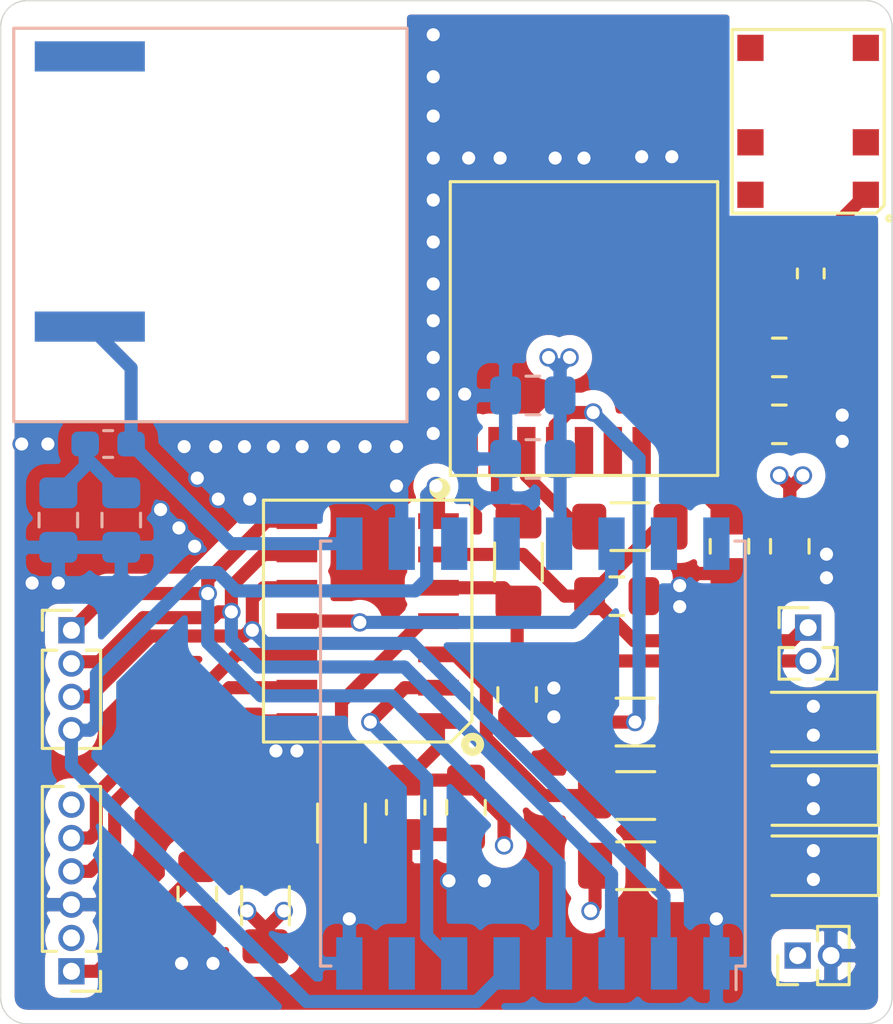
<source format=kicad_pcb>
(kicad_pcb (version 20171130) (host pcbnew "(5.1.10)-1")
  (title_block (title "ATS Remote") (date 2021-12-25) (rev 0.2.0))
  (layers (0 F.Cu signal) (1 GND.Cu power) (2 3v3.Cu power) (31 B.Cu signal) (34 B.Paste user) (35 F.Paste user) (36 B.SilkS user) (37 F.SilkS user) (38 B.Mask user) (39 F.Mask user) (44 Edge.Cuts user))
  (net 0 "")
  (net 1 LORA_RESET)
  (net 2 LORA_NSS)
  (net 3 LORA_SCK)
  (net 4 LORA_MOSI)
  (net 5 LORA_MISO)
  (net 6 LORA_DIO0)
  (net 7 YIC_RXD)
  (net 8 YIC_TXD)
  (net 9 "Net-(U3-Pad13)")
  (net 10 "Net-(U3-Pad16)")
  (net 11 "Net-(U3-Pad17)")
  (net 12 "Net-(U3-Pad9)")
  (net 13 "Net-(U3-Pad7)")
  (net 14 "Net-(U3-Pad6)")
  (net 15 "Net-(U3-Pad5)")
  (net 16 "Net-(AE1-Pad1)")
  (net 17 "Net-(AE2-Pad1)")
  (net 18 GND)
  (net 19 ICSP_MCLR)
  (net 20 +3V3)
  (net 21 "Net-(C11-Pad2)")
  (net 22 "Net-(C12-Pad2)")
  (net 23 STATUS_LED)
  (net 24 "Net-(D3-Pad2)")
  (net 25 "Net-(J2-Pad6)")
  (net 26 ICSP_CLK)
  (net 27 ICSP_DAT)
  (net 28 "Net-(R4-Pad2)")
  (net 29 "Net-(R5-Pad1)")
  (net 30 "Net-(R6-Pad1)")
  (net 31 "Net-(R7-Pad1)")
  (net 32 "Net-(U1-Pad16)")
  (net 33 "Net-(U1-Pad15)")
  (net 34 "Net-(U1-Pad12)")
  (net 35 "Net-(U1-Pad11)")
  (net 36 "Net-(U1-Pad7)")
  (net 37 "Net-(D1-Pad2)")
  (net 38 "Net-(D2-Pad2)")
  (module Connector_PinHeader_1.27mm:PinHeader_1x04_P1.27mm_Vertical (layer F.Cu) (at 114.2 59)
    (fp_text reference SPI)
    (fp_text value Conn_01x04_Male)
    (pad 1 thru_hole rect (at 0 0) (size 1 1) (drill 0.65) (layers *.Cu *.Mask) (net 3 LORA_SCK))
    (pad 2 thru_hole oval (at 0 1.27) (size 1 1) (drill 0.65) (layers *.Cu *.Mask) (net 4 LORA_MOSI))
    (pad 3 thru_hole oval (at 0 2.54) (size 1 1) (drill 0.65) (layers *.Cu *.Mask) (net 5 LORA_MISO))
    (pad 4 thru_hole oval (at 0 3.81) (size 1 1) (drill 0.65) (layers *.Cu *.Mask) (net 2 LORA_NSS))
  )
  (module Connector_PinHeader_1.27mm:PinHeader_1x02_P1.27mm_Vertical (layer F.Cu) (at 142.3 58.9)
    (fp_text reference J4)
    (fp_text value Conn_01x02_Male)
    (pad 1 thru_hole rect (at 0 0) (size 1 1) (drill 0.65) (layers *.Cu *.Mask) (net 7 YIC_RXD))
    (pad 2 thru_hole oval (at 0 1.27) (size 1 1) (drill 0.65) (layers *.Cu *.Mask) (net 8 YIC_TXD))
  )
  (module RF_Module:HOPERF_RFM9XW_SMD (layer B.Cu) (at 131.8 63.7 90)
    (fp_text reference U1)
    (fp_text value RFM95W-915S2)
    (pad 16 smd rect (at 8 7 90) (size 2 1) (layers B.Cu B.Paste B.Mask) (net 32 "Net-(U1-Pad16)"))
    (pad 15 smd rect (at 8 5 90) (size 2 1) (layers B.Cu B.Paste B.Mask) (net 33 "Net-(U1-Pad15)"))
    (pad 14 smd rect (at 8 3 90) (size 2 1) (layers B.Cu B.Paste B.Mask) (net 6 LORA_DIO0))
    (pad 13 smd rect (at 8 1 90) (size 2 1) (layers B.Cu B.Paste B.Mask) (net 20 +3V3))
    (pad 12 smd rect (at 8 -1 90) (size 2 1) (layers B.Cu B.Paste B.Mask) (net 34 "Net-(U1-Pad12)"))
    (pad 11 smd rect (at 8 -3 90) (size 2 1) (layers B.Cu B.Paste B.Mask) (net 35 "Net-(U1-Pad11)"))
    (pad 10 smd rect (at 8 -5 90) (size 2 1) (layers B.Cu B.Paste B.Mask) (net 18 GND))
    (pad 9 smd rect (at 8 -7 90) (size 2 1) (layers B.Cu B.Paste B.Mask) (net 17 "Net-(AE2-Pad1)"))
    (pad 8 smd rect (at -8 -7 90) (size 2 1) (layers B.Cu B.Paste B.Mask) (net 18 GND))
    (pad 7 smd rect (at -8 -5 90) (size 2 1) (layers B.Cu B.Paste B.Mask) (net 36 "Net-(U1-Pad7)"))
    (pad 6 smd rect (at -8 -3 90) (size 2 1) (layers B.Cu B.Paste B.Mask) (net 1 LORA_RESET))
    (pad 5 smd rect (at -8 -1 90) (size 2 1) (layers B.Cu B.Paste B.Mask) (net 2 LORA_NSS))
    (pad 4 smd rect (at -8 1 90) (size 2 1) (layers B.Cu B.Paste B.Mask) (net 3 LORA_SCK))
    (pad 3 smd rect (at -8 3 90) (size 2 1) (layers B.Cu B.Paste B.Mask) (net 4 LORA_MOSI))
    (pad 2 smd rect (at -8 5 90) (size 2 1) (layers B.Cu B.Paste B.Mask) (net 5 LORA_MISO))
    (pad 1 smd rect (at -8 7 90) (size 2 1) (layers B.Cu B.Paste B.Mask) (net 18 GND))
  )
  (module Capacitor_SMD:C_0805_2012Metric_Pad1.18x1.45mm_HandSolder (layer F.Cu) (at 131.2 61.45 270)
    (fp_text reference C2)
    (fp_text value 100p)
    (pad 2 smd roundrect (at 1.0375 0 270) (size 1.175 1.45) (layers F.Cu F.Paste F.Mask) (roundrect_rratio 0.2127659574468085) (net 18 GND))
    (pad 1 smd roundrect (at -1.0375 0 270) (size 1.175 1.45) (layers F.Cu F.Paste F.Mask) (roundrect_rratio 0.2127659574468085) (net 8 YIC_TXD))
  )
  (module ats-remote:YIC71009EBGG-19STAMP (layer F.Cu) (at 133.75 47.5)
    (fp_text reference YIC)
    (fp_text value YIC71009EBGG)
    (pad 10 smd rect (at 4.4 -4.85) (size 0.7 1.8) (drill (offset 0 0.2)) (layers F.Cu F.Paste F.Mask) (net 18 GND))
    (pad 11 smd rect (at 3.3 -4.85) (size 0.7 1.8) (drill (offset 0 0.2)) (layers F.Cu F.Paste F.Mask) (net 16 "Net-(AE1-Pad1)"))
    (pad 12 smd rect (at 2.2 -4.85) (size 0.7 1.8) (drill (offset 0 0.2)) (layers F.Cu F.Paste F.Mask) (net 18 GND))
    (pad 13 smd rect (at 1.1 -4.85) (size 0.7 1.8) (drill (offset 0 0.2)) (layers F.Cu F.Paste F.Mask) (net 9 "Net-(U3-Pad13)"))
    (pad 14 smd rect (at 0 -4.85) (size 0.7 1.8) (drill (offset 0 0.2)) (layers F.Cu F.Paste F.Mask) (net 21 "Net-(C11-Pad2)"))
    (pad 15 smd rect (at -1.1 -4.85) (size 0.7 1.8) (drill (offset 0 0.2)) (layers F.Cu F.Paste F.Mask) (net 18 GND))
    (pad 16 smd rect (at -2.2 -4.85) (size 0.7 1.8) (drill (offset 0 0.2)) (layers F.Cu F.Paste F.Mask) (net 10 "Net-(U3-Pad16)"))
    (pad 17 smd rect (at -3.3 -4.85) (size 0.7 1.8) (drill (offset 0 0.2)) (layers F.Cu F.Paste F.Mask) (net 11 "Net-(U3-Pad17)"))
    (pad 18 smd rect (at -4.4 -4.85) (size 0.7 1.8) (drill (offset 0 0.2)) (layers F.Cu F.Paste F.Mask) (net 18 GND))
    (pad 9 smd rect (at 4.4 4.85) (size 0.7 1.8) (drill (offset 0 -0.2)) (layers F.Cu F.Paste F.Mask) (net 12 "Net-(U3-Pad9)"))
    (pad 8 smd rect (at 3.3 4.85) (size 0.7 1.8) (drill (offset 0 -0.2)) (layers F.Cu F.Paste F.Mask) (net 20 +3V3))
    (pad 7 smd rect (at 2.2 4.85) (size 0.7 1.8) (drill (offset 0 -0.2)) (layers F.Cu F.Paste F.Mask) (net 13 "Net-(U3-Pad7)"))
    (pad 6 smd rect (at 1.1 4.85) (size 0.7 1.8) (drill (offset 0 -0.2)) (layers F.Cu F.Paste F.Mask) (net 14 "Net-(U3-Pad6)"))
    (pad 5 smd rect (at 0 4.85) (size 0.7 1.8) (drill (offset 0 -0.2)) (layers F.Cu F.Paste F.Mask) (net 15 "Net-(U3-Pad5)"))
    (pad 4 smd rect (at -1.1 4.85) (size 0.7 1.8) (drill (offset 0 -0.2)) (layers F.Cu F.Paste F.Mask) (net 29 "Net-(R5-Pad1)"))
    (pad 3 smd rect (at -2.2 4.85) (size 0.7 1.8) (drill (offset 0 -0.2)) (layers F.Cu F.Paste F.Mask) (net 31 "Net-(R7-Pad1)"))
    (pad 2 smd rect (at -3.3 4.85) (size 0.7 1.8) (drill (offset 0 -0.2)) (layers F.Cu F.Paste F.Mask) (net 30 "Net-(R6-Pad1)"))
    (pad 1 smd rect (at -4.4 4.85) (size 0.7 1.8) (drill (offset 0 -0.2)) (layers F.Cu F.Paste F.Mask) (net 18 GND))
  )
  (module ats-remote:PIC18F06Q40-SOIC14 (layer F.Cu) (at 125.5 58.65 90)
    (fp_text reference PIC18)
    (fp_text value PIC18F06Q40)
    (pad 7 smd rect (at 3.81 2.7 90) (size 0.6 1.55) (layers F.Cu F.Paste F.Mask) (net 2 LORA_NSS))
    (pad 8 smd rect (at 3.81 -2.7 90) (size 0.6 1.55) (layers F.Cu F.Paste F.Mask) (net 3 LORA_SCK))
    (pad 6 smd rect (at 2.54 2.7 90) (size 0.6 1.55) (layers F.Cu F.Paste F.Mask) (net 7 YIC_RXD))
    (pad 9 smd rect (at 2.54 -2.7 90) (size 0.6 1.55) (layers F.Cu F.Paste F.Mask) (net 4 LORA_MOSI))
    (pad 5 smd rect (at 1.27 2.7 90) (size 0.6 1.55) (layers F.Cu F.Paste F.Mask) (net 8 YIC_TXD))
    (pad 10 smd rect (at 1.27 -2.7 90) (size 0.6 1.55) (layers F.Cu F.Paste F.Mask) (net 5 LORA_MISO))
    (pad 4 smd rect (at 0 2.7 90) (size 0.6 1.55) (layers F.Cu F.Paste F.Mask) (net 28 "Net-(R4-Pad2)"))
    (pad 11 smd rect (at 0 -2.7 90) (size 0.6 1.55) (layers F.Cu F.Paste F.Mask) (net 6 LORA_DIO0))
    (pad 3 smd rect (at -1.27 2.7 90) (size 0.6 1.55) (layers F.Cu F.Paste F.Mask) (net 23 STATUS_LED))
    (pad 12 smd rect (at -1.27 -2.7 90) (size 0.6 1.55) (layers F.Cu F.Paste F.Mask) (net 26 ICSP_CLK))
    (pad 2 smd rect (at -2.54 2.7 90) (size 0.6 1.55) (layers F.Cu F.Paste F.Mask) (net 1 LORA_RESET))
    (pad 13 smd rect (at -2.54 -2.7 90) (size 0.6 1.55) (layers F.Cu F.Paste F.Mask) (net 27 ICSP_DAT))
    (pad 1 smd rect (at -3.81 2.7 90) (size 0.6 1.55) (layers F.Cu F.Paste F.Mask) (net 20 +3V3))
    (pad 14 smd rect (at -3.81 -2.7 90) (size 0.6 1.55) (layers F.Cu F.Paste F.Mask) (net 18 GND))
  )
  (module Resistor_SMD:R_1206_3216Metric_Pad1.30x1.75mm_HandSolder (layer F.Cu) (at 135.5 55.05)
    (fp_text reference R7)
    (fp_text value 22)
    (pad 2 smd roundrect (at 1.55 0) (size 1.3 1.75) (layers F.Cu F.Paste F.Mask) (roundrect_rratio 0.1923076923076923) (net 7 YIC_RXD))
    (pad 1 smd roundrect (at -1.55 0) (size 1.3 1.75) (layers F.Cu F.Paste F.Mask) (roundrect_rratio 0.1923076923076923) (net 31 "Net-(R7-Pad1)"))
  )
  (module Resistor_SMD:R_1206_3216Metric_Pad1.30x1.75mm_HandSolder (layer F.Cu) (at 131.25 56.4 270)
    (fp_text reference R6)
    (fp_text value 22)
    (pad 2 smd roundrect (at 1.55 0 270) (size 1.3 1.75) (layers F.Cu F.Paste F.Mask) (roundrect_rratio 0.1923076923076923) (net 8 YIC_TXD))
    (pad 1 smd roundrect (at -1.55 0 270) (size 1.3 1.75) (layers F.Cu F.Paste F.Mask) (roundrect_rratio 0.1923076923076923) (net 30 "Net-(R6-Pad1)"))
  )
  (module Resistor_SMD:R_1206_3216Metric_Pad1.30x1.75mm_HandSolder (layer F.Cu) (at 135.7 62.5)
    (fp_text reference R5)
    (fp_text value 22)
    (pad 2 smd roundrect (at 1.55 0) (size 1.3 1.75) (layers F.Cu F.Paste F.Mask) (roundrect_rratio 0.1923076923076923) (net 24 "Net-(D3-Pad2)"))
    (pad 1 smd roundrect (at -1.55 0) (size 1.3 1.75) (layers F.Cu F.Paste F.Mask) (roundrect_rratio 0.1923076923076923) (net 29 "Net-(R5-Pad1)"))
  )
  (module Resistor_SMD:R_1206_3216Metric_Pad1.30x1.75mm_HandSolder (layer F.Cu) (at 124.5 66.35 90)
    (fp_text reference R4)
    (fp_text value 470)
    (pad 2 smd roundrect (at 1.55 0 90) (size 1.3 1.75) (layers F.Cu F.Paste F.Mask) (roundrect_rratio 0.1923076923076923) (net 28 "Net-(R4-Pad2)"))
    (pad 1 smd roundrect (at -1.55 0 90) (size 1.3 1.75) (layers F.Cu F.Paste F.Mask) (roundrect_rratio 0.1923076923076923) (net 19 ICSP_MCLR))
  )
  (module Resistor_SMD:R_1206_3216Metric_Pad1.30x1.75mm_HandSolder (layer F.Cu) (at 121.6 69.5 90)
    (fp_text reference R3)
    (fp_text value 10k)
    (pad 2 smd roundrect (at 1.55 0 90) (size 1.3 1.75) (layers F.Cu F.Paste F.Mask) (roundrect_rratio 0.1923076923076923) (net 19 ICSP_MCLR))
    (pad 1 smd roundrect (at -1.55 0 90) (size 1.3 1.75) (layers F.Cu F.Paste F.Mask) (roundrect_rratio 0.1923076923076923) (net 20 +3V3))
  )
  (module Resistor_SMD:R_1206_3216Metric_Pad1.30x1.75mm_HandSolder (layer F.Cu) (at 135.722 67.976 180)
    (fp_text reference R2)
    (fp_text value 2.2k)
    (pad 2 smd roundrect (at 1.55 0 180) (size 1.3 1.75) (layers F.Cu F.Paste F.Mask) (roundrect_rratio 0.1923076923076923) (net 20 +3V3))
    (pad 1 smd roundrect (at -1.55 0 180) (size 1.3 1.75) (layers F.Cu F.Paste F.Mask) (roundrect_rratio 0.1923076923076923) (net 38 "Net-(D2-Pad2)"))
  )
  (module Resistor_SMD:R_1206_3216Metric_Pad1.30x1.75mm_HandSolder (layer F.Cu) (at 135.722 65.3 180)
    (fp_text reference R1)
    (fp_text value 2.2k)
    (pad 2 smd roundrect (at 1.55 0 180) (size 1.3 1.75) (layers F.Cu F.Paste F.Mask) (roundrect_rratio 0.1923076923076923) (net 23 STATUS_LED))
    (pad 1 smd roundrect (at -1.55 0 180) (size 1.3 1.75) (layers F.Cu F.Paste F.Mask) (roundrect_rratio 0.1923076923076923) (net 37 "Net-(D1-Pad2)"))
  )
  (module Inductor_SMD:L_0603_1608Metric_Pad1.05x0.95mm_HandSolder (layer B.Cu) (at 115.6 51.9)
    (fp_text reference L2)
    (fp_text value 33n)
    (pad 2 smd roundrect (at 0.875 0) (size 1.05 0.95) (layers B.Cu B.Paste B.Mask) (net 17 "Net-(AE2-Pad1)"))
    (pad 1 smd roundrect (at -0.875 0) (size 1.05 0.95) (layers B.Cu B.Paste B.Mask) (net 22 "Net-(C12-Pad2)"))
  )
  (module Inductor_SMD:L_0603_1608Metric_Pad1.05x0.95mm_HandSolder (layer F.Cu) (at 142.4 45.4 90)
    (fp_text reference L1)
    (fp_text value 33n)
    (pad 2 smd roundrect (at 0.875 0 90) (size 1.05 0.95) (layers F.Cu F.Paste F.Mask) (net 16 "Net-(AE1-Pad1)"))
    (pad 1 smd roundrect (at -0.875 0 90) (size 1.05 0.95) (layers F.Cu F.Paste F.Mask) (net 21 "Net-(C11-Pad2)"))
  )
  (module Connector_PinHeader_1.27mm:PinHeader_1x06_P1.27mm_Vertical (layer F.Cu) (at 114.2 72 180)
    (fp_text reference ICSP)
    (fp_text value ICSP)
    (pad 6 thru_hole oval (at 0 6.35 180) (size 1 1) (drill 0.65) (layers *.Cu *.Mask) (net 25 "Net-(J2-Pad6)"))
    (pad 5 thru_hole oval (at 0 5.08 180) (size 1 1) (drill 0.65) (layers *.Cu *.Mask) (net 26 ICSP_CLK))
    (pad 4 thru_hole oval (at 0 3.81 180) (size 1 1) (drill 0.65) (layers *.Cu *.Mask) (net 27 ICSP_DAT))
    (pad 3 thru_hole oval (at 0 2.54 180) (size 1 1) (drill 0.65) (layers *.Cu *.Mask) (net 18 GND))
    (pad 2 thru_hole oval (at 0 1.27 180) (size 1 1) (drill 0.65) (layers *.Cu *.Mask) (net 20 +3V3))
    (pad 1 thru_hole rect (at 0 0 180) (size 1 1) (drill 0.65) (layers *.Cu *.Mask) (net 19 ICSP_MCLR))
  )
  (module Connector_PinHeader_1.27mm:PinHeader_1x02_P1.27mm_Vertical (layer F.Cu) (at 141.9 71.4 90)
    (fp_text reference J1)
    (fp_text value PWR)
    (pad 2 thru_hole oval (at 0 1.27 90) (size 1 1) (drill 0.65) (layers *.Cu *.Mask) (net 18 GND))
    (pad 1 thru_hole rect (at 0 0 90) (size 1 1) (drill 0.65) (layers *.Cu *.Mask) (net 20 +3V3))
  )
  (module Diode_SMD:D_1206_3216Metric_Pad1.42x1.75mm_HandSolder (layer F.Cu) (at 142.5 62.5 180)
    (fp_text reference D3)
    (fp_text value LED_PPS)
    (pad 2 smd roundrect (at 1.4875 0 180) (size 1.425 1.75) (layers F.Cu F.Paste F.Mask) (roundrect_rratio 0.1754385964912281) (net 24 "Net-(D3-Pad2)"))
    (pad 1 smd roundrect (at -1.4875 0 180) (size 1.425 1.75) (layers F.Cu F.Paste F.Mask) (roundrect_rratio 0.1754385964912281) (net 18 GND))
  )
  (module Diode_SMD:D_1206_3216Metric_Pad1.42x1.75mm_HandSolder (layer F.Cu) (at 142.522 67.976 180)
    (fp_text reference D2)
    (fp_text value LED_PWR)
    (pad 2 smd roundrect (at 1.4875 0 180) (size 1.425 1.75) (layers F.Cu F.Paste F.Mask) (roundrect_rratio 0.1754385964912281) (net 38 "Net-(D2-Pad2)"))
    (pad 1 smd roundrect (at -1.4875 0 180) (size 1.425 1.75) (layers F.Cu F.Paste F.Mask) (roundrect_rratio 0.1754385964912281) (net 18 GND))
  )
  (module Diode_SMD:D_1206_3216Metric_Pad1.42x1.75mm_HandSolder (layer F.Cu) (at 142.522 65.3 180)
    (fp_text reference D1)
    (fp_text value LED_STATUS)
    (pad 2 smd roundrect (at 1.4875 0 180) (size 1.425 1.75) (layers F.Cu F.Paste F.Mask) (roundrect_rratio 0.1754385964912281) (net 37 "Net-(D1-Pad2)"))
    (pad 1 smd roundrect (at -1.4875 0 180) (size 1.425 1.75) (layers F.Cu F.Paste F.Mask) (roundrect_rratio 0.1754385964912281) (net 18 GND))
  )
  (module Capacitor_SMD:C_0805_2012Metric_Pad1.18x1.45mm_HandSolder (layer B.Cu) (at 116.1 54.8 90)
    (fp_text reference C13)
    (fp_text value 2.2u)
    (pad 2 smd roundrect (at 1.0375 0 90) (size 1.175 1.45) (layers B.Cu B.Paste B.Mask) (roundrect_rratio 0.2127659574468085) (net 22 "Net-(C12-Pad2)"))
    (pad 1 smd roundrect (at -1.0375 0 90) (size 1.175 1.45) (layers B.Cu B.Paste B.Mask) (roundrect_rratio 0.2127659574468085) (net 18 GND))
  )
  (module Capacitor_SMD:C_0805_2012Metric_Pad1.18x1.45mm_HandSolder (layer B.Cu) (at 113.7 54.8 90)
    (fp_text reference C12)
    (fp_text value 10n)
    (pad 2 smd roundrect (at 1.0375 0 90) (size 1.175 1.45) (layers B.Cu B.Paste B.Mask) (roundrect_rratio 0.2127659574468085) (net 22 "Net-(C12-Pad2)"))
    (pad 1 smd roundrect (at -1.0375 0 90) (size 1.175 1.45) (layers B.Cu B.Paste B.Mask) (roundrect_rratio 0.2127659574468085) (net 18 GND))
  )
  (module Capacitor_SMD:C_0805_2012Metric_Pad1.18x1.45mm_HandSolder (layer F.Cu) (at 141.2 48.6 180)
    (fp_text reference C11)
    (fp_text value 10n)
    (pad 2 smd roundrect (at 1.0375 0 180) (size 1.175 1.45) (layers F.Cu F.Paste F.Mask) (roundrect_rratio 0.2127659574468085) (net 21 "Net-(C11-Pad2)"))
    (pad 1 smd roundrect (at -1.0375 0 180) (size 1.175 1.45) (layers F.Cu F.Paste F.Mask) (roundrect_rratio 0.2127659574468085) (net 18 GND))
  )
  (module Capacitor_SMD:C_0805_2012Metric_Pad1.18x1.45mm_HandSolder (layer B.Cu) (at 131.8 52.47)
    (fp_text reference C10)
    (fp_text value 100n)
    (pad 1 smd roundrect (at -1.0375 0) (size 1.175 1.45) (layers B.Cu B.Paste B.Mask) (roundrect_rratio 0.2127659574468085) (net 18 GND))
    (pad 2 smd roundrect (at 1.0375 0) (size 1.175 1.45) (layers B.Cu B.Paste B.Mask) (roundrect_rratio 0.2127659574468085) (net 20 +3V3))
  )
  (module Capacitor_SMD:C_0805_2012Metric_Pad1.18x1.45mm_HandSolder (layer B.Cu) (at 131.8 50.05)
    (fp_text reference C9)
    (fp_text value 10n)
    (pad 1 smd roundrect (at -1.0375 0) (size 1.175 1.45) (layers B.Cu B.Paste B.Mask) (roundrect_rratio 0.2127659574468085) (net 18 GND))
    (pad 2 smd roundrect (at 1.0375 0) (size 1.175 1.45) (layers B.Cu B.Paste B.Mask) (roundrect_rratio 0.2127659574468085) (net 20 +3V3))
  )
  (module Capacitor_SMD:C_0805_2012Metric_Pad1.18x1.45mm_HandSolder (layer F.Cu) (at 141.2 51.15 180)
    (fp_text reference C8)
    (fp_text value 2.2u)
    (pad 2 smd roundrect (at 1.0375 0 180) (size 1.175 1.45) (layers F.Cu F.Paste F.Mask) (roundrect_rratio 0.2127659574468085) (net 21 "Net-(C11-Pad2)"))
    (pad 1 smd roundrect (at -1.0375 0 180) (size 1.175 1.45) (layers F.Cu F.Paste F.Mask) (roundrect_rratio 0.2127659574468085) (net 18 GND))
  )
  (module Capacitor_SMD:C_0805_2012Metric_Pad1.18x1.45mm_HandSolder (layer F.Cu) (at 141.6 55.8 270)
    (fp_text reference C7)
    (fp_text value 100p)
    (pad 2 smd roundrect (at 1.0375 0 270) (size 1.175 1.45) (layers F.Cu F.Paste F.Mask) (roundrect_rratio 0.2127659574468085) (net 18 GND))
    (pad 1 smd roundrect (at -1.0375 0 270) (size 1.175 1.45) (layers F.Cu F.Paste F.Mask) (roundrect_rratio 0.2127659574468085) (net 20 +3V3))
  )
  (module Capacitor_SMD:C_0805_2012Metric_Pad1.18x1.45mm_HandSolder (layer F.Cu) (at 139.3 55.8 270)
    (fp_text reference C6)
    (fp_text value 100p)
    (pad 2 smd roundrect (at 1.0375 0 270) (size 1.175 1.45) (layers F.Cu F.Paste F.Mask) (roundrect_rratio 0.2127659574468085) (net 18 GND))
    (pad 1 smd roundrect (at -1.0375 0 270) (size 1.175 1.45) (layers F.Cu F.Paste F.Mask) (roundrect_rratio 0.2127659574468085) (net 20 +3V3))
  )
  (module Capacitor_SMD:C_0805_2012Metric_Pad1.18x1.45mm_HandSolder (layer F.Cu) (at 129.25 65.75 270)
    (fp_text reference C5)
    (fp_text value 100n)
    (pad 2 smd roundrect (at 1.0375 0 270) (size 1.175 1.45) (layers F.Cu F.Paste F.Mask) (roundrect_rratio 0.2127659574468085) (net 18 GND))
    (pad 1 smd roundrect (at -1.0375 0 270) (size 1.175 1.45) (layers F.Cu F.Paste F.Mask) (roundrect_rratio 0.2127659574468085) (net 20 +3V3))
  )
  (module Capacitor_SMD:C_0805_2012Metric_Pad1.18x1.45mm_HandSolder (layer F.Cu) (at 126.95 65.75 270)
    (fp_text reference C4)
    (fp_text value 10n)
    (pad 2 smd roundrect (at 1.0375 0 270) (size 1.175 1.45) (layers F.Cu F.Paste F.Mask) (roundrect_rratio 0.2127659574468085) (net 18 GND))
    (pad 1 smd roundrect (at -1.0375 0 270) (size 1.175 1.45) (layers F.Cu F.Paste F.Mask) (roundrect_rratio 0.2127659574468085) (net 20 +3V3))
  )
  (module Capacitor_SMD:C_0805_2012Metric_Pad1.18x1.45mm_HandSolder (layer F.Cu) (at 135 57.7)
    (fp_text reference C3)
    (fp_text value 100p)
    (pad 2 smd roundrect (at 1.0375 0) (size 1.175 1.45) (layers F.Cu F.Paste F.Mask) (roundrect_rratio 0.2127659574468085) (net 18 GND))
    (pad 1 smd roundrect (at -1.0375 0) (size 1.175 1.45) (layers F.Cu F.Paste F.Mask) (roundrect_rratio 0.2127659574468085) (net 7 YIC_RXD))
  )
  (module Capacitor_SMD:C_0805_2012Metric_Pad1.18x1.45mm_HandSolder (layer F.Cu) (at 119 69.05 270)
    (fp_text reference C1)
    (fp_text value 100n)
    (pad 2 smd roundrect (at 1.0375 0 270) (size 1.175 1.45) (layers F.Cu F.Paste F.Mask) (roundrect_rratio 0.2127659574468085) (net 18 GND))
    (pad 1 smd roundrect (at -1.0375 0 270) (size 1.175 1.45) (layers F.Cu F.Paste F.Mask) (roundrect_rratio 0.2127659574468085) (net 19 ICSP_MCLR))
  )
  (module ats-remote:LORA_ANT_YIC71009EBGG (layer B.Cu) (at 119.5 43.55 270)
    (fp_text reference "LORA ANT")
    (fp_text value LORA_ANT)
    (pad 1 smd rect (at 3.875 4.6 270) (size 1.15 4.2) (layers B.Cu B.Paste B.Mask) (net 17 "Net-(AE2-Pad1)"))
    (pad 2 smd rect (at -6.425 4.6 270) (size 1.15 4.2) (layers B.Cu B.Paste B.Mask))
  )
  (module ats-remote:GPS_ANT_SR4G008 (layer F.Cu) (at 142.3 39.6 90)
    (fp_text reference "GPS ANT")
    (fp_text value GPS_ANT)
    (pad 4 smd rect (at -0.8 2.2 90) (size 1 1) (layers F.Cu F.Paste F.Mask))
    (pad 6 smd rect (at -2.8 -2.2 90) (size 1 1) (layers F.Cu F.Paste F.Mask))
    (pad 4 smd rect (at 2.8 -2.2 90) (size 1 1) (layers F.Cu F.Paste F.Mask))
    (pad 3 smd rect (at 2.8 2.2 90) (size 1 1) (layers F.Cu F.Paste F.Mask))
    (pad 1 smd rect (at -2.8 2.2 90) (size 1 1) (layers F.Cu F.Paste F.Mask) (net 16 "Net-(AE1-Pad1)"))
    (pad 5 smd rect (at -0.8 -2.2 90) (size 1 1) (layers F.Cu F.Paste F.Mask))
  )
  (gr_arc (start 112.5 73) (end 111.5 73) (angle -90) (layer Edge.Cuts) (width 0.05))
  (gr_arc (start 144.5 73) (end 144.5 74) (angle -90) (layer Edge.Cuts) (width 0.05))
  (gr_arc (start 144.5 36) (end 145.5 36) (angle -90) (layer Edge.Cuts) (width 0.05))
  (gr_arc (start 112.5 36) (end 112.5 35) (angle -90) (layer Edge.Cuts) (width 0.05))
  (gr_line (start 111.5 73) (end 111.5 36) (layer Edge.Cuts) (width 0.05))
  (gr_line (start 145.5 36) (end 145.5 73) (layer Edge.Cuts) (width 0.05))
  (gr_line (start 112.5 35) (end 144.5 35) (layer Edge.Cuts) (width 0.05))
  (gr_line (start 112.5 74) (end 144.5 74) (layer Edge.Cuts) (width 0.05))
  (via (at 133.2 48.6) (size 0.7) (drill 0.5) (layers F.Cu B.Cu) (net 20))
  (via (at 125.6 62.5) (size 0.7) (drill 0.5) (layers F.Cu B.Cu) (net 1))
  (segment (start 126.91 61.19) (end 125.6 62.5) (width 0.5) (layer F.Cu) (net 1))
  (segment (start 128.2 61.19) (end 126.91 61.19) (width 0.5) (layer F.Cu) (net 1))
  (segment (start 127.750001 70.650001) (end 128.8 71.7) (width 0.5) (layer B.Cu) (net 1))
  (segment (start 127.750001 64.650001) (end 127.750001 70.650001) (width 0.5) (layer B.Cu) (net 1))
  (segment (start 125.6 62.5) (end 127.750001 64.650001) (width 0.5) (layer B.Cu) (net 1))
  (via (at 134.1 50.7) (size 0.7) (drill 0.5) (layers F.Cu B.Cu) (net 29))
  (via (at 128.1 53.5) (size 0.7) (drill 0.5) (layers F.Cu B.Cu) (net 2))
  (via (at 119.4 57.6) (size 0.7) (drill 0.5) (layers F.Cu B.Cu) (net 3))
  (via (at 142.1 53.1) (size 0.7) (drill 0.5) (layers F.Cu B.Cu) (net 20))
  (via (at 141.2 53.1) (size 0.7) (drill 0.5) (layers F.Cu B.Cu) (net 20))
  (via (at 125.2 58.7) (size 0.7) (drill 0.5) (layers F.Cu B.Cu) (net 6))
  (segment (start 130.8 71.389998) (end 130.8 71.7) (width 0.5) (layer B.Cu) (net 2))
  (segment (start 115.150001 60.665997) (end 115.150001 62.567105) (width 0.5) (layer B.Cu) (net 2))
  (segment (start 119.015999 56.799999) (end 115.150001 60.665997) (width 0.5) (layer B.Cu) (net 2))
  (segment (start 119.784001 56.799999) (end 119.015999 56.799999) (width 0.5) (layer B.Cu) (net 2))
  (segment (start 120.484001 57.499999) (end 119.784001 56.799999) (width 0.5) (layer B.Cu) (net 2))
  (segment (start 114.907106 62.81) (end 114.2 62.81) (width 0.5) (layer B.Cu) (net 2))
  (segment (start 115.150001 62.567105) (end 114.907106 62.81) (width 0.5) (layer B.Cu) (net 2))
  (segment (start 127.310003 57.499999) (end 120.484001 57.499999) (width 0.5) (layer B.Cu) (net 2))
  (segment (start 127.750001 57.060001) (end 127.310003 57.499999) (width 0.5) (layer B.Cu) (net 2))
  (segment (start 127.750001 53.849999) (end 127.750001 57.060001) (width 0.5) (layer B.Cu) (net 2))
  (segment (start 128.1 53.5) (end 127.750001 53.849999) (width 0.5) (layer B.Cu) (net 2))
  (segment (start 114.2 64.184002) (end 114.2 62.81) (width 0.5) (layer B.Cu) (net 2))
  (segment (start 123.165999 73.150001) (end 114.2 64.184002) (width 0.5) (layer B.Cu) (net 2))
  (segment (start 129.660001 73.150001) (end 123.165999 73.150001) (width 0.5) (layer B.Cu) (net 2))
  (segment (start 130.8 72.010002) (end 129.660001 73.150001) (width 0.5) (layer B.Cu) (net 2))
  (segment (start 130.8 71.7) (end 130.8 72.010002) (width 0.5) (layer B.Cu) (net 2))
  (segment (start 128.2 53.6) (end 128.1 53.5) (width 0.5) (layer F.Cu) (net 2))
  (segment (start 128.2 54.84) (end 128.2 53.6) (width 0.5) (layer F.Cu) (net 2))
  (segment (start 132.8 72.010002) (end 132.8 71.7) (width 0.5) (layer B.Cu) (net 3))
  (segment (start 119.4 57.084002) (end 119.4 57.6) (width 0.5) (layer F.Cu) (net 3))
  (segment (start 121.644002 54.84) (end 119.4 57.084002) (width 0.5) (layer F.Cu) (net 3))
  (segment (start 122.8 54.84) (end 121.644002 54.84) (width 0.5) (layer F.Cu) (net 3))
  (segment (start 132.8 71.389998) (end 132.8 71.7) (width 0.5) (layer B.Cu) (net 3))
  (segment (start 115.6 57.6) (end 114.2 59) (width 0.5) (layer F.Cu) (net 3))
  (segment (start 119.4 57.6) (end 115.6 57.6) (width 0.5) (layer F.Cu) (net 3))
  (segment (start 132.8 67.9) (end 132.8 71.7) (width 0.5) (layer B.Cu) (net 3))
  (segment (start 126.4 61.5) (end 132.8 67.9) (width 0.5) (layer B.Cu) (net 3))
  (segment (start 121.426036 61.5) (end 126.4 61.5) (width 0.5) (layer B.Cu) (net 3))
  (segment (start 119.4 59.473964) (end 121.426036 61.5) (width 0.5) (layer B.Cu) (net 3))
  (segment (start 119.4 57.6) (end 119.4 59.473964) (width 0.5) (layer B.Cu) (net 3))
  (segment (start 122.8 56.11) (end 122.325 56.11) (width 0.5) (layer F.Cu) (net 4))
  (segment (start 134.8 72.010002) (end 134.8 71.7) (width 0.5) (layer B.Cu) (net 4))
  (via (at 120.3 58.3) (size 0.7) (drill 0.5) (layers F.Cu B.Cu) (net 4))
  (segment (start 120.3 57.335) (end 120.3 58.3) (width 0.5) (layer F.Cu) (net 4))
  (segment (start 121.525 56.11) (end 120.3 57.335) (width 0.5) (layer F.Cu) (net 4))
  (segment (start 122.8 56.11) (end 121.525 56.11) (width 0.5) (layer F.Cu) (net 4))
  (segment (start 114.27 60.2) (end 114.2 60.27) (width 0.5) (layer F.Cu) (net 4))
  (segment (start 115.257144 60.2) (end 114.27 60.2) (width 0.5) (layer F.Cu) (net 4))
  (segment (start 116.937164 58.51998) (end 115.257144 60.2) (width 0.5) (layer F.Cu) (net 4))
  (segment (start 119.585046 58.51998) (end 116.937164 58.51998) (width 0.5) (layer F.Cu) (net 4))
  (segment (start 119.805026 58.3) (end 119.585046 58.51998) (width 0.5) (layer F.Cu) (net 4))
  (segment (start 120.3 58.3) (end 119.805026 58.3) (width 0.5) (layer F.Cu) (net 4))
  (segment (start 134.8 69.115998) (end 134.8 71.7) (width 0.5) (layer B.Cu) (net 4))
  (segment (start 120.299999 59.384001) (end 121.315998 60.4) (width 0.5) (layer B.Cu) (net 4))
  (segment (start 120.3 58.3) (end 120.299999 59.384001) (width 0.5) (layer B.Cu) (net 4))
  (segment (start 121.315998 60.4) (end 126.9 60.4) (width 0.5) (layer B.Cu) (net 4))
  (segment (start 134.8 68.3) (end 134.8 69.115998) (width 0.5) (layer B.Cu) (net 4))
  (segment (start 126.9 60.4) (end 134.8 68.3) (width 0.5) (layer B.Cu) (net 4))
  (segment (start 122.8 57.38) (end 122.325 57.38) (width 0.5) (layer F.Cu) (net 5))
  (segment (start 136.8 71.389998) (end 136.8 71.7) (width 0.5) (layer B.Cu) (net 5))
  (via (at 121.1 59) (size 0.7) (drill 0.5) (layers F.Cu B.Cu) (net 5))
  (segment (start 121.1 57.805) (end 121.1 59) (width 0.5) (layer F.Cu) (net 5))
  (segment (start 121.525 57.38) (end 121.1 57.805) (width 0.5) (layer F.Cu) (net 5))
  (segment (start 122.8 57.38) (end 121.525 57.38) (width 0.5) (layer F.Cu) (net 5))
  (segment (start 136.8 70.2) (end 136.8 71.7) (width 0.5) (layer B.Cu) (net 5))
  (segment (start 114.907106 61.54) (end 114.2 61.54) (width 0.5) (layer F.Cu) (net 5))
  (segment (start 117.227116 59.21999) (end 114.907106 61.54) (width 0.5) (layer F.Cu) (net 5))
  (segment (start 120.78001 59.21999) (end 117.227116 59.21999) (width 0.5) (layer F.Cu) (net 5))
  (segment (start 121 59) (end 120.78001 59.21999) (width 0.5) (layer F.Cu) (net 5))
  (segment (start 121.1 59) (end 121 59) (width 0.5) (layer F.Cu) (net 5))
  (segment (start 136.8 69.115998) (end 136.8 71.7) (width 0.5) (layer B.Cu) (net 5))
  (segment (start 127.184003 59.500001) (end 136.8 69.115998) (width 0.5) (layer B.Cu) (net 5))
  (segment (start 121.600001 59.500001) (end 127.184003 59.500001) (width 0.5) (layer B.Cu) (net 5))
  (segment (start 121.1 59) (end 121.600001 59.500001) (width 0.5) (layer B.Cu) (net 5))
  (segment (start 125.15 58.65) (end 125.2 58.7) (width 0.5) (layer F.Cu) (net 6))
  (segment (start 122.8 58.65) (end 125.15 58.65) (width 0.5) (layer F.Cu) (net 6))
  (segment (start 134.8 57.2) (end 134.8 55.7) (width 0.5) (layer B.Cu) (net 6))
  (segment (start 133.3 58.7) (end 134.8 57.2) (width 0.5) (layer B.Cu) (net 6))
  (segment (start 125.2 58.7) (end 133.3 58.7) (width 0.5) (layer B.Cu) (net 6))
  (via (at 124.2 52) (size 0.7) (drill 0.5) (layers F.Cu B.Cu) (net 18))
  (via (at 123 52) (size 0.7) (drill 0.5) (layers F.Cu B.Cu) (net 18))
  (via (at 142.5 64.7) (size 0.7) (drill 0.5) (layers F.Cu B.Cu) (net 18))
  (via (at 142.5 61.9) (size 0.7) (drill 0.5) (layers F.Cu B.Cu) (net 18))
  (via (at 142.5 68.5) (size 0.7) (drill 0.5) (layers F.Cu B.Cu) (net 18))
  (via (at 132.6 62.3) (size 0.7) (drill 0.5) (layers F.Cu B.Cu) (net 18))
  (via (at 132.6 61.2) (size 0.7) (drill 0.5) (layers F.Cu B.Cu) (net 18))
  (segment (start 137.05 55.05) (end 136.5625 55.05) (width 0.5) (layer F.Cu) (net 7))
  (segment (start 133.014966 57.7) (end 133.9625 57.7) (width 0.5) (layer F.Cu) (net 7))
  (segment (start 131.424966 56.11) (end 133.014966 57.7) (width 0.5) (layer F.Cu) (net 7))
  (segment (start 128.2 56.11) (end 131.424966 56.11) (width 0.5) (layer F.Cu) (net 7))
  (segment (start 136.6125 55.05) (end 137.05 55.05) (width 0.5) (layer F.Cu) (net 7))
  (segment (start 133.9625 57.7) (end 136.6125 55.05) (width 0.5) (layer F.Cu) (net 7))
  (segment (start 142.163998 58.9) (end 142.3 58.9) (width 0.5) (layer F.Cu) (net 7))
  (segment (start 141.663998 59.4) (end 142.163998 58.9) (width 0.5) (layer F.Cu) (net 7))
  (segment (start 135.6625 59.4) (end 141.663998 59.4) (width 0.5) (layer F.Cu) (net 7))
  (segment (start 133.9625 57.7) (end 135.6625 59.4) (width 0.5) (layer F.Cu) (net 7))
  (segment (start 130.68 57.38) (end 128.2 57.38) (width 0.5) (layer F.Cu) (net 8))
  (segment (start 131.25 57.95) (end 130.68 57.38) (width 0.5) (layer F.Cu) (net 8))
  (segment (start 131.2 58) (end 131.25 57.95) (width 0.5) (layer F.Cu) (net 8))
  (segment (start 131.2 60.4125) (end 131.2 58) (width 0.5) (layer F.Cu) (net 8))
  (segment (start 132.445998 60.17) (end 142.3 60.17) (width 0.5) (layer F.Cu) (net 8))
  (segment (start 132.203498 60.4125) (end 132.445998 60.17) (width 0.5) (layer F.Cu) (net 8))
  (segment (start 131.2 60.4125) (end 132.203498 60.4125) (width 0.5) (layer F.Cu) (net 8))
  (segment (start 142.4 44.525) (end 142.675 44.525) (width 0.5) (layer F.Cu) (net 16))
  (segment (start 137.764998 44.525) (end 142.4 44.525) (width 0.5) (layer F.Cu) (net 16))
  (segment (start 137.05 43.810002) (end 137.764998 44.525) (width 0.5) (layer F.Cu) (net 16))
  (segment (start 137.05 42.65) (end 137.05 43.810002) (width 0.5) (layer F.Cu) (net 16))
  (segment (start 142.4 44.5) (end 144.5 42.4) (width 0.5) (layer F.Cu) (net 16))
  (segment (start 142.4 44.525) (end 142.4 44.5) (width 0.5) (layer F.Cu) (net 16))
  (segment (start 120.275 55.7) (end 116.475 51.9) (width 0.5) (layer B.Cu) (net 17))
  (segment (start 124.8 55.7) (end 120.275 55.7) (width 0.5) (layer B.Cu) (net 17))
  (segment (start 116.475 49) (end 114.9 47.425) (width 0.5) (layer B.Cu) (net 17))
  (segment (start 116.475 51.9) (end 116.475 49) (width 0.5) (layer B.Cu) (net 17))
  (via (at 128.6 68.55) (size 0.7) (drill 0.5) (layers F.Cu B.Cu) (net 18))
  (via (at 129.95 68.55) (size 0.7) (drill 0.5) (layers F.Cu B.Cu) (net 18))
  (segment (start 131.2 62.4875) (end 131.5875 62.4875) (width 0.5) (layer F.Cu) (net 18))
  (via (at 143 57) (size 0.7) (drill 0.5) (layers F.Cu B.Cu) (net 18))
  (via (at 143 56.1) (size 0.7) (drill 0.5) (layers F.Cu B.Cu) (net 18))
  (via (at 143.6 50.8) (size 0.7) (drill 0.5) (layers F.Cu B.Cu) (net 18))
  (via (at 143.6 51.8) (size 0.7) (drill 0.5) (layers F.Cu B.Cu) (net 18))
  (via (at 128 51.5) (size 0.7) (drill 0.5) (layers F.Cu B.Cu) (net 18))
  (via (at 122.8 63.6) (size 0.7) (drill 0.5) (layers F.Cu B.Cu) (net 18))
  (via (at 122 63.6) (size 0.7) (drill 0.5) (layers F.Cu B.Cu) (net 18))
  (segment (start 128.85 52.35) (end 128 51.5) (width 0.5) (layer F.Cu) (net 18))
  (segment (start 129.35 52.35) (end 128.85 52.35) (width 0.5) (layer F.Cu) (net 18))
  (via (at 118.4 71.7) (size 0.7) (drill 0.5) (layers F.Cu B.Cu) (net 18))
  (via (at 119.6 71.7) (size 0.7) (drill 0.5) (layers F.Cu B.Cu) (net 18))
  (segment (start 119 71.1) (end 119.6 71.7) (width 0.5) (layer F.Cu) (net 18))
  (segment (start 119 71.1) (end 118.4 71.7) (width 0.5) (layer F.Cu) (net 18))
  (segment (start 119 70.0875) (end 119 71.1) (width 0.5) (layer F.Cu) (net 18))
  (via (at 142.5 63) (size 0.7) (drill 0.5) (layers F.Cu B.Cu) (net 18))
  (via (at 142.5 65.8) (size 0.7) (drill 0.5) (layers F.Cu B.Cu) (net 18))
  (via (at 142.5 67.4) (size 0.7) (drill 0.5) (layers F.Cu B.Cu) (net 18))
  (segment (start 143.9875 62.5) (end 143.9875 62.0875) (width 0.5) (layer F.Cu) (net 18))
  (segment (start 144.0095 67.976) (end 144.0095 68.3905) (width 0.5) (layer F.Cu) (net 18))
  (segment (start 144.0095 62.522) (end 143.9875 62.5) (width 0.5) (layer F.Cu) (net 18))
  (segment (start 130.7625 52.47) (end 130.7625 50.05) (width 0.5) (layer B.Cu) (net 18))
  (via (at 128 50) (size 0.7) (drill 0.5) (layers F.Cu B.Cu) (net 18))
  (via (at 129.2 50) (size 0.7) (drill 0.5) (layers F.Cu B.Cu) (net 18))
  (segment (start 129.25 50.05) (end 129.2 50) (width 0.5) (layer B.Cu) (net 18))
  (segment (start 130.7625 50.05) (end 129.25 50.05) (width 0.5) (layer B.Cu) (net 18))
  (segment (start 129.2 50) (end 128 50) (width 0.5) (layer B.Cu) (net 18))
  (via (at 135.95 40.95) (size 0.7) (drill 0.5) (layers F.Cu B.Cu) (net 18))
  (via (at 137.1 40.95) (size 0.7) (drill 0.5) (layers F.Cu B.Cu) (net 18))
  (via (at 132.65 41) (size 0.7) (drill 0.5) (layers F.Cu B.Cu) (net 18))
  (via (at 129.35 41) (size 0.7) (drill 0.5) (layers F.Cu B.Cu) (net 18))
  (via (at 130.55 41) (size 0.7) (drill 0.5) (layers F.Cu B.Cu) (net 18))
  (via (at 133.75 41) (size 0.7) (drill 0.5) (layers F.Cu B.Cu) (net 18))
  (segment (start 138.15 42) (end 137.1 40.95) (width 0.5) (layer F.Cu) (net 18))
  (segment (start 138.15 42.65) (end 138.15 42) (width 0.5) (layer F.Cu) (net 18))
  (segment (start 135.95 40.95) (end 135.95 42.65) (width 0.5) (layer F.Cu) (net 18))
  (segment (start 135.95 40.95) (end 137.1 40.95) (width 0.5) (layer F.Cu) (net 18))
  (segment (start 133.75 41) (end 133.255026 41) (width 0.5) (layer F.Cu) (net 18))
  (segment (start 132.65 41) (end 133.75 41) (width 0.5) (layer F.Cu) (net 18))
  (segment (start 132.65 42.65) (end 132.65 41) (width 0.5) (layer F.Cu) (net 18))
  (segment (start 129.35 42.65) (end 129.35 41) (width 0.5) (layer F.Cu) (net 18))
  (segment (start 129.35 41) (end 130.55 41) (width 0.5) (layer F.Cu) (net 18))
  (via (at 128 48.6) (size 0.7) (drill 0.5) (layers F.Cu B.Cu) (net 18))
  (via (at 128 47.2) (size 0.7) (drill 0.5) (layers F.Cu B.Cu) (net 18))
  (via (at 128 45.8) (size 0.7) (drill 0.5) (layers F.Cu B.Cu) (net 18))
  (via (at 128 44.2) (size 0.7) (drill 0.5) (layers F.Cu B.Cu) (net 18))
  (via (at 128 42.6) (size 0.7) (drill 0.5) (layers F.Cu B.Cu) (net 18))
  (via (at 128 41) (size 0.7) (drill 0.5) (layers F.Cu B.Cu) (net 18))
  (via (at 128 39.4) (size 0.7) (drill 0.5) (layers F.Cu B.Cu) (net 18))
  (via (at 128 37.9) (size 0.7) (drill 0.5) (layers F.Cu B.Cu) (net 18))
  (via (at 128 36.3) (size 0.7) (drill 0.5) (layers F.Cu B.Cu) (net 18))
  (via (at 121.9 52) (size 0.7) (drill 0.5) (layers F.Cu B.Cu) (net 18))
  (via (at 120.8 52) (size 0.7) (drill 0.5) (layers F.Cu B.Cu) (net 18))
  (via (at 119.7 52) (size 0.7) (drill 0.5) (layers F.Cu B.Cu) (net 18))
  (via (at 118.5 52) (size 0.7) (drill 0.5) (layers F.Cu B.Cu) (net 18))
  (via (at 119 53.2) (size 0.7) (drill 0.5) (layers F.Cu B.Cu) (net 18))
  (via (at 113.3 51.9) (size 0.7) (drill 0.5) (layers F.Cu B.Cu) (net 18))
  (via (at 112.3 51.9) (size 0.7) (drill 0.5) (layers F.Cu B.Cu) (net 18))
  (via (at 113.7 57.2) (size 0.7) (drill 0.5) (layers F.Cu B.Cu) (net 18))
  (via (at 112.7 57.2) (size 0.7) (drill 0.5) (layers F.Cu B.Cu) (net 18))
  (segment (start 116.1 55.8375) (end 113.7 55.8375) (width 0.5) (layer B.Cu) (net 18))
  (segment (start 113.7 55.8375) (end 113.7 57.1) (width 0.5) (layer B.Cu) (net 18))
  (segment (start 113.7 55.8375) (end 113.7 56) (width 0.5) (layer B.Cu) (net 18))
  (via (at 125.4 52) (size 0.7) (drill 0.5) (layers F.Cu B.Cu) (net 18))
  (via (at 126.6 52) (size 0.7) (drill 0.5) (layers F.Cu B.Cu) (net 18))
  (via (at 126.6 53.5) (size 0.7) (drill 0.5) (layers F.Cu B.Cu) (net 18))
  (segment (start 126.8 53.7) (end 126.6 53.5) (width 0.5) (layer B.Cu) (net 18))
  (segment (start 126.8 55.7) (end 126.8 53.7) (width 0.5) (layer B.Cu) (net 18))
  (via (at 119.8 54) (size 0.7) (drill 0.5) (layers F.Cu B.Cu) (net 18))
  (via (at 121 54) (size 0.7) (drill 0.5) (layers F.Cu B.Cu) (net 18))
  (via (at 117.6 54.4) (size 0.7) (drill 0.5) (layers F.Cu B.Cu) (net 18))
  (via (at 118.3 55.1) (size 0.7) (drill 0.5) (layers F.Cu B.Cu) (net 18))
  (via (at 118.9 55.8) (size 0.7) (drill 0.5) (layers F.Cu B.Cu) (net 18))
  (segment (start 128 51.5) (end 128 50) (width 0.5) (layer F.Cu) (net 18))
  (segment (start 113.7 57.2) (end 112.7 57.2) (width 0.5) (layer B.Cu) (net 18))
  (segment (start 129.25 67.9) (end 128.6 68.55) (width 0.5) (layer F.Cu) (net 18))
  (segment (start 129.25 66.7875) (end 129.25 67.9) (width 0.5) (layer F.Cu) (net 18))
  (segment (start 129.25 67.85) (end 129.95 68.55) (width 0.5) (layer F.Cu) (net 18))
  (segment (start 129.25 66.7875) (end 129.25 67.85) (width 0.5) (layer F.Cu) (net 18))
  (segment (start 126.95 66.7875) (end 129.25 66.7875) (width 0.5) (layer F.Cu) (net 18))
  (segment (start 132.4125 62.4875) (end 132.6 62.3) (width 0.5) (layer F.Cu) (net 18))
  (segment (start 131.2 62.4875) (end 132.4125 62.4875) (width 0.5) (layer F.Cu) (net 18))
  (segment (start 132.6 62.3) (end 132.6 61.2) (width 0.5) (layer F.Cu) (net 18))
  (segment (start 139.3 56.8375) (end 141.6 56.8375) (width 0.5) (layer F.Cu) (net 18))
  (segment (start 142.8375 56.8375) (end 143 57) (width 0.5) (layer F.Cu) (net 18))
  (segment (start 141.6 56.8375) (end 142.8375 56.8375) (width 0.5) (layer F.Cu) (net 18))
  (segment (start 142.2625 56.8375) (end 143 56.1) (width 0.5) (layer F.Cu) (net 18))
  (segment (start 141.6 56.8375) (end 142.2625 56.8375) (width 0.5) (layer F.Cu) (net 18))
  (segment (start 143 62.5) (end 142.5 63) (width 0.5) (layer F.Cu) (net 18))
  (segment (start 143.9875 62.5) (end 143 62.5) (width 0.5) (layer F.Cu) (net 18))
  (segment (start 143.1 62.5) (end 142.5 61.9) (width 0.5) (layer F.Cu) (net 18))
  (segment (start 143.9875 62.5) (end 143.1 62.5) (width 0.5) (layer F.Cu) (net 18))
  (segment (start 143.1 65.3) (end 142.5 64.7) (width 0.5) (layer F.Cu) (net 18))
  (segment (start 144.0095 65.3) (end 143.1 65.3) (width 0.5) (layer F.Cu) (net 18))
  (segment (start 143 65.3) (end 142.5 65.8) (width 0.5) (layer F.Cu) (net 18))
  (segment (start 144.0095 65.3) (end 143 65.3) (width 0.5) (layer F.Cu) (net 18))
  (segment (start 143.076 67.976) (end 142.5 67.4) (width 0.5) (layer F.Cu) (net 18))
  (segment (start 144.0095 67.976) (end 143.076 67.976) (width 0.5) (layer F.Cu) (net 18))
  (segment (start 143.024 67.976) (end 142.5 68.5) (width 0.5) (layer F.Cu) (net 18))
  (segment (start 144.0095 67.976) (end 143.024 67.976) (width 0.5) (layer F.Cu) (net 18))
  (segment (start 142.95 51.15) (end 143.6 51.8) (width 0.5) (layer F.Cu) (net 18))
  (segment (start 142.2375 51.15) (end 142.95 51.15) (width 0.5) (layer F.Cu) (net 18))
  (segment (start 143.25 51.15) (end 143.6 50.8) (width 0.5) (layer F.Cu) (net 18))
  (segment (start 142.2375 51.15) (end 143.25 51.15) (width 0.5) (layer F.Cu) (net 18))
  (segment (start 122.8 62.46) (end 122.8 63.6) (width 0.5) (layer F.Cu) (net 18))
  (segment (start 122.8 62.8) (end 122 63.6) (width 0.5) (layer F.Cu) (net 18))
  (segment (start 122.8 62.46) (end 122.8 62.8) (width 0.5) (layer F.Cu) (net 18))
  (via (at 137.4 57.3) (size 0.7) (drill 0.5) (layers F.Cu B.Cu) (net 18))
  (via (at 137.4 58.1) (size 0.7) (drill 0.5) (layers F.Cu B.Cu) (net 18))
  (segment (start 137 57.7) (end 137.4 57.3) (width 0.5) (layer F.Cu) (net 18))
  (segment (start 137 57.7) (end 137.4 58.1) (width 0.5) (layer F.Cu) (net 18))
  (segment (start 136.0375 57.7) (end 137 57.7) (width 0.5) (layer F.Cu) (net 18))
  (via (at 124.8 70) (size 0.7) (drill 0.5) (layers F.Cu B.Cu) (net 18))
  (via (at 138.8 70) (size 0.7) (drill 0.5) (layers F.Cu B.Cu) (net 18))
  (segment (start 124.8 71.7) (end 124.8 70) (width 0.5) (layer B.Cu) (net 18))
  (segment (start 138.8 71.7) (end 138.8 70) (width 0.5) (layer B.Cu) (net 18))
  (segment (start 142.2375 48.6) (end 142.2375 51.15) (width 0.5) (layer F.Cu) (net 18))
  (segment (start 121.64 67.91) (end 121.6 67.95) (width 0.5) (layer F.Cu) (net 19))
  (segment (start 119.0625 67.95) (end 119 68.0125) (width 0.5) (layer F.Cu) (net 19))
  (segment (start 121.6 67.95) (end 119.0625 67.95) (width 0.5) (layer F.Cu) (net 19))
  (segment (start 124.45 67.95) (end 124.5 67.9) (width 0.5) (layer F.Cu) (net 19))
  (segment (start 121.6 67.95) (end 124.45 67.95) (width 0.5) (layer F.Cu) (net 19))
  (segment (start 119 68.2) (end 119 68.0125) (width 0.5) (layer F.Cu) (net 19))
  (segment (start 115.2 72) (end 119 68.2) (width 0.5) (layer F.Cu) (net 19))
  (segment (start 114.2 72) (end 115.2 72) (width 0.5) (layer F.Cu) (net 19))
  (segment (start 137.05 53.110002) (end 137.05 52.35) (width 0.5) (layer F.Cu) (net 20))
  (segment (start 137.439999 53.500001) (end 137.05 53.110002) (width 0.5) (layer F.Cu) (net 20))
  (segment (start 138.037501 53.500001) (end 137.439999 53.500001) (width 0.5) (layer F.Cu) (net 20))
  (segment (start 139.3 54.7625) (end 138.037501 53.500001) (width 0.5) (layer F.Cu) (net 20))
  (segment (start 141.6 54.7625) (end 139.3 54.7625) (width 0.5) (layer F.Cu) (net 20))
  (segment (start 129.25 64.7125) (end 126.95 64.7125) (width 0.5) (layer F.Cu) (net 20))
  (via (at 130.7 67.2) (size 0.7) (drill 0.5) (layers F.Cu B.Cu) (net 20))
  (via (at 120.9 69.7) (size 0.7) (drill 0.5) (layers F.Cu B.Cu) (net 20))
  (via (at 122.3 69.7) (size 0.7) (drill 0.5) (layers F.Cu B.Cu) (net 20))
  (segment (start 121.6 71.05) (end 122.15 71.05) (width 0.5) (layer F.Cu) (net 20))
  (segment (start 132.55 55.45) (end 132.8 55.7) (width 0.5) (layer B.Cu) (net 20))
  (segment (start 132.8375 55.6625) (end 132.8 55.7) (width 0.5) (layer B.Cu) (net 20))
  (segment (start 132.8375 52.47) (end 132.8375 55.6625) (width 0.5) (layer B.Cu) (net 20))
  (segment (start 132.8375 50.05) (end 132.8375 52.47) (width 0.5) (layer B.Cu) (net 20))
  (segment (start 121.6 70.4) (end 122.3 69.7) (width 0.5) (layer F.Cu) (net 20))
  (segment (start 121.6 70.4) (end 120.9 69.7) (width 0.5) (layer F.Cu) (net 20))
  (segment (start 121.6 71.05) (end 121.6 70.4) (width 0.5) (layer F.Cu) (net 20))
  (segment (start 141.6 53.5) (end 141.2 53.1) (width 0.5) (layer F.Cu) (net 20))
  (segment (start 141.6 54.7625) (end 141.6 53.5) (width 0.5) (layer F.Cu) (net 20))
  (segment (start 141.6 53.6) (end 142.1 53.1) (width 0.5) (layer F.Cu) (net 20))
  (segment (start 141.6 54.7625) (end 141.6 53.6) (width 0.5) (layer F.Cu) (net 20))
  (segment (start 128.2 63.4625) (end 126.95 64.7125) (width 0.5) (layer F.Cu) (net 20))
  (segment (start 128.2 62.46) (end 128.2 63.4625) (width 0.5) (layer F.Cu) (net 20))
  (segment (start 129.25 64.7125) (end 129.25 64.75) (width 0.5) (layer F.Cu) (net 20))
  (via (at 134 69.7) (size 0.7) (drill 0.5) (layers F.Cu B.Cu) (net 20))
  (segment (start 134.172 69.528) (end 134 69.7) (width 0.5) (layer F.Cu) (net 20))
  (segment (start 134.172 67.976) (end 134.172 69.528) (width 0.5) (layer F.Cu) (net 20))
  (segment (start 130.7 66.1625) (end 130.7 67.2) (width 0.5) (layer F.Cu) (net 20))
  (segment (start 129.25 64.7125) (end 130.7 66.1625) (width 0.5) (layer F.Cu) (net 20))
  (via (at 132.4 48.6) (size 0.7) (drill 0.5) (layers F.Cu B.Cu) (net 20))
  (segment (start 132.8375 48.9625) (end 133.2 48.6) (width 0.5) (layer B.Cu) (net 20))
  (segment (start 132.8375 50.05) (end 132.8375 48.9625) (width 0.5) (layer B.Cu) (net 20))
  (segment (start 132.8375 49.0375) (end 132.4 48.6) (width 0.5) (layer B.Cu) (net 20))
  (segment (start 132.8375 50.05) (end 132.8375 49.0375) (width 0.5) (layer B.Cu) (net 20))
  (segment (start 140.2 48.5625) (end 140.1625 48.6) (width 0.5) (layer F.Cu) (net 21))
  (segment (start 140.1625 48.6) (end 140.1625 51.15) (width 0.5) (layer F.Cu) (net 21))
  (segment (start 140.1625 48.5125) (end 142.4 46.275) (width 0.5) (layer F.Cu) (net 21))
  (segment (start 140.1625 48.6) (end 140.1625 48.5125) (width 0.5) (layer F.Cu) (net 21))
  (segment (start 133.75 43.810002) (end 133.75 42.65) (width 0.5) (layer F.Cu) (net 21))
  (segment (start 138.539998 48.6) (end 133.75 43.810002) (width 0.5) (layer F.Cu) (net 21))
  (segment (start 140.1625 48.6) (end 138.539998 48.6) (width 0.5) (layer F.Cu) (net 21))
  (segment (start 114.725 52.7375) (end 113.7 53.7625) (width 0.5) (layer B.Cu) (net 22))
  (segment (start 114.725 51.9) (end 114.725 52.7375) (width 0.5) (layer B.Cu) (net 22))
  (segment (start 114.725 52.3875) (end 116.1 53.7625) (width 0.5) (layer B.Cu) (net 22))
  (segment (start 114.725 51.9) (end 114.725 52.3875) (width 0.5) (layer B.Cu) (net 22))
  (segment (start 132.210034 65.3) (end 134.172 65.3) (width 0.5) (layer F.Cu) (net 23))
  (segment (start 130.02499 63.114956) (end 132.210034 65.3) (width 0.5) (layer F.Cu) (net 23))
  (segment (start 130.02499 61.129988) (end 130.02499 63.114956) (width 0.5) (layer F.Cu) (net 23))
  (segment (start 128.815002 59.92) (end 130.02499 61.129988) (width 0.5) (layer F.Cu) (net 23))
  (segment (start 128.2 59.92) (end 128.815002 59.92) (width 0.5) (layer F.Cu) (net 23))
  (segment (start 137.25 62.5) (end 141.0125 62.5) (width 0.5) (layer F.Cu) (net 24))
  (segment (start 114.907106 66.92) (end 114.2 66.92) (width 0.5) (layer F.Cu) (net 26))
  (segment (start 115.150001 66.677105) (end 114.907106 66.92) (width 0.5) (layer F.Cu) (net 26))
  (segment (start 115.150001 65.276035) (end 115.150001 66.677105) (width 0.5) (layer F.Cu) (net 26))
  (segment (start 120.506036 59.92) (end 115.150001 65.276035) (width 0.5) (layer F.Cu) (net 26))
  (segment (start 122.8 59.92) (end 120.506036 59.92) (width 0.5) (layer F.Cu) (net 26))
  (segment (start 114.907106 68.19) (end 114.2 68.19) (width 0.5) (layer F.Cu) (net 27))
  (segment (start 115.850011 67.247095) (end 114.907106 68.19) (width 0.5) (layer F.Cu) (net 27))
  (segment (start 115.850011 65.565987) (end 115.850011 67.247095) (width 0.5) (layer F.Cu) (net 27))
  (segment (start 120.225998 61.19) (end 115.850011 65.565987) (width 0.5) (layer F.Cu) (net 27))
  (segment (start 122.8 61.19) (end 120.225998 61.19) (width 0.5) (layer F.Cu) (net 27))
  (segment (start 127.584998 58.65) (end 128.2 58.65) (width 0.5) (layer F.Cu) (net 28))
  (segment (start 124.5 61.734998) (end 127.584998 58.65) (width 0.5) (layer F.Cu) (net 28))
  (segment (start 124.5 64.8) (end 124.5 61.734998) (width 0.5) (layer F.Cu) (net 28))
  (via (at 135.7 62.5) (size 0.7) (drill 0.5) (layers F.Cu B.Cu) (net 29))
  (segment (start 135.7 62.5) (end 135.750001 62.449999) (width 0.5) (layer B.Cu) (net 29))
  (segment (start 135.849999 62.350001) (end 135.7 62.5) (width 0.5) (layer B.Cu) (net 29))
  (segment (start 133.139998 50.7) (end 134.1 50.7) (width 0.5) (layer F.Cu) (net 29))
  (segment (start 132.65 51.189998) (end 133.139998 50.7) (width 0.5) (layer F.Cu) (net 29))
  (segment (start 132.65 52.35) (end 132.65 51.189998) (width 0.5) (layer F.Cu) (net 29))
  (segment (start 135.849999 52.449999) (end 134.1 50.7) (width 0.5) (layer B.Cu) (net 29))
  (segment (start 135.849999 55.949999) (end 135.849999 52.449999) (width 0.5) (layer B.Cu) (net 29))
  (segment (start 135.849999 55.949999) (end 135.849999 62.350001) (width 0.5) (layer B.Cu) (net 29))
  (segment (start 135.7 62.5) (end 134.15 62.5) (width 0.5) (layer F.Cu) (net 29))
  (segment (start 130.45 54.05) (end 130.45 52.35) (width 0.5) (layer F.Cu) (net 30))
  (segment (start 131.25 54.85) (end 130.45 54.05) (width 0.5) (layer F.Cu) (net 30))
  (segment (start 131.55 53.110002) (end 131.55 52.35) (width 0.5) (layer F.Cu) (net 31))
  (segment (start 133.489998 55.05) (end 131.55 53.110002) (width 0.5) (layer F.Cu) (net 31))
  (segment (start 133.95 55.05) (end 133.489998 55.05) (width 0.5) (layer F.Cu) (net 31))
  (segment (start 141.0345 65.3) (end 137.272 65.3) (width 0.5) (layer F.Cu) (net 37))
  (segment (start 141.0345 67.976) (end 137.272 67.976) (width 0.5) (layer F.Cu) (net 38))
  (zone (net 0) (net_name "") (layers F.Cu GND.Cu 3v3.Cu B.Cu) (connect_pads (clearance 0.508)) (min_thickness 0.254)
    (keepout (tracks allowed) (vias not_allowed) (copperpour not_allowed))
    (fill (arc_segments 32) (thermal_gap 0.508) (thermal_bridge_width 0.508))
    (polygon (pts (xy 139.3 35.5) (xy 145.3 35.5) (xy 145.3 43.2) (xy 139.3 43.2)))
  )
  (zone (net 0) (net_name "") (layers F.Cu GND.Cu 3v3.Cu B.Cu) (connect_pads (clearance 0.508)) (min_thickness 0.254)
    (keepout (tracks allowed) (vias not_allowed) (copperpour not_allowed))
    (fill (arc_segments 32) (thermal_gap 0.508) (thermal_bridge_width 0.508))
    (polygon (pts (xy 127 35.5) (xy 127 51) (xy 112 51) (xy 112 35.5)))
  )
  (zone (net 18) (net_name GND) (layer F.Cu) (connect_pads (clearance 0.508)) (min_thickness 0.254) (fill yes (arc_segments 32) (thermal_gap 0.508) (thermal_bridge_width 0.508))
    (polygon (pts (xy 145.5 74) (xy 111.5 74) (xy 111.5 35) (xy 145.5 35)))
  )
  (zone (net 18) (net_name GND) (layer B.Cu) (connect_pads (clearance 0.508)) (min_thickness 0.254) (fill yes (arc_segments 32) (thermal_gap 0.508) (thermal_bridge_width 0.508))
    (polygon (pts (xy 145.5 74) (xy 111.5 74) (xy 111.5 35) (xy 145.5 35)))
  )
)
</source>
